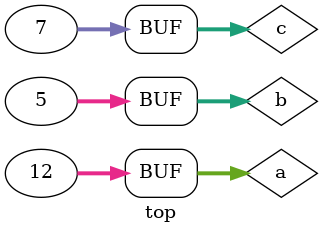
<source format=sv>
/*
:name: binary_op_minus
:description: - operator test
:should_fail: 0
:tags: 11.4.3
*/
module top();
int a = 12;
int b = 5;
int c;
initial begin
    c = a - b;
end
endmodule
</source>
